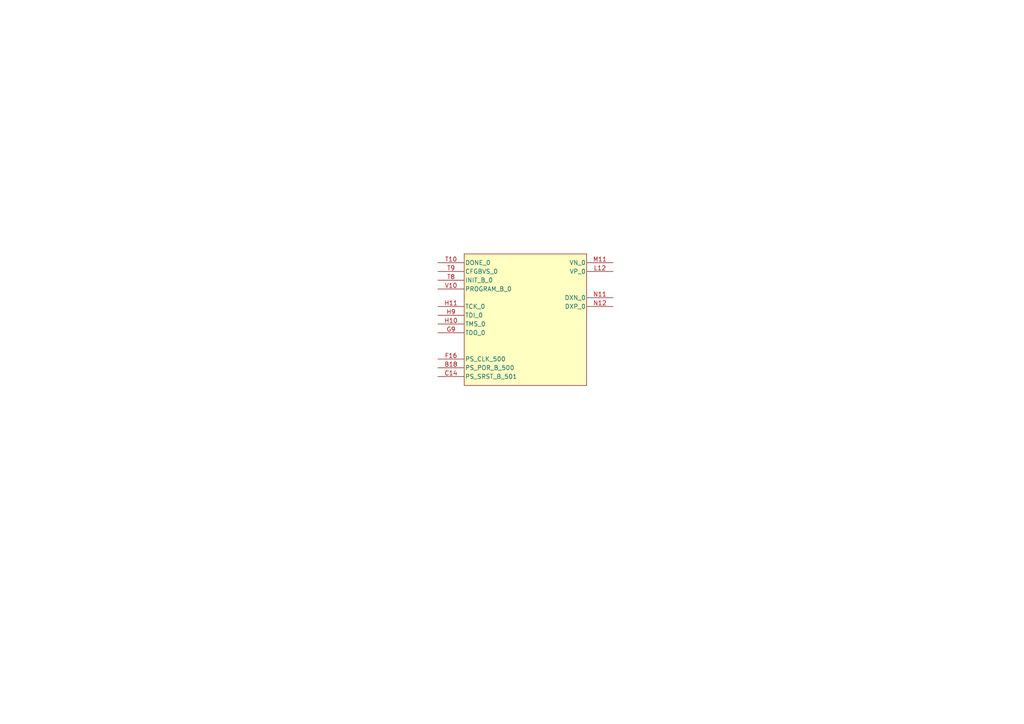
<source format=kicad_sch>
(kicad_sch (version 20250114) (generator "eeschema") (generator_version "9.0")
  (paper "A4")
  (lib_symbols
    (symbol "XC7Z015-1CLG485C:XC7Z015-1CLG485I" (pin_names (offset 0.254))
      (symbol "XC7Z015-1CLG485I_1_1"
        (rectangle (start -40.64 2.54) (end -7.62 -132.08) (fill (type background)))
        (text "BANK 34" (at -34.798 -64.77 900) (effects (font (size 3 3) (thickness 0.6) (bold yes) (italic yes))))
        (pin bidirectional line (at 0 0 180) (length 7.62) (name "IO_L1P_T0_34") (number "J8"))
        (pin bidirectional line (at 0 -2.54 180) (length 7.62) (name "IO_L1N_T0_34") (number "K8"))
        (pin bidirectional line (at 0 -5.08 180) (length 7.62) (name "IO_L2P_T0_34") (number "J7"))
        (pin bidirectional line (at 0 -7.62 180) (length 7.62) (name "IO_L2N_T0_34") (number "J6"))
        (pin bidirectional line (at 0 -10.16 180) (length 7.62) (name "IO_L3P_T0_DQS_PUDC_B_34") (number "K7"))
        (pin bidirectional line (at 0 -12.7 180) (length 7.62) (name "IO_L3N_T0_DQS_34") (number "L7"))
        (pin bidirectional line (at 0 -15.24 180) (length 7.62) (name "IO_L4P_T0_34") (number "L6"))
        (pin bidirectional line (at 0 -17.78 180) (length 7.62) (name "IO_L4N_T0_34") (number "M6"))
        (pin bidirectional line (at 0 -20.32 180) (length 7.62) (name "IO_L5P_T0_34") (number "N8"))
        (pin bidirectional line (at 0 -22.86 180) (length 7.62) (name "IO_L5N_T0_34") (number "P8"))
        (pin bidirectional line (at 0 -25.4 180) (length 7.62) (name "IO_L6P_T0_34") (number "M8"))
        (pin bidirectional line (at 0 -27.94 180) (length 7.62) (name "IO_L6N_T0_VREF_34") (number "M7"))
        (pin bidirectional line (at 0 -30.48 180) (length 7.62) (name "IO_L7P_T1_34") (number "J5"))
        (pin bidirectional line (at 0 -33.02 180) (length 7.62) (name "IO_L7N_T1_34") (number "K5"))
        (pin bidirectional line (at 0 -35.56 180) (length 7.62) (name "IO_L8P_T1_34") (number "J2"))
        (pin bidirectional line (at 0 -38.1 180) (length 7.62) (name "IO_L8N_T1_34") (number "J1"))
        (pin bidirectional line (at 0 -40.64 180) (length 7.62) (name "IO_L9P_T1_DQS_34") (number "J3"))
        (pin bidirectional line (at 0 -43.18 180) (length 7.62) (name "IO_L9N_T1_DQS_34") (number "K2"))
        (pin bidirectional line (at 0 -45.72 180) (length 7.62) (name "IO_L10P_T1_34") (number "L2"))
        (pin bidirectional line (at 0 -48.26 180) (length 7.62) (name "IO_L10N_T1_34") (number "L1"))
        (pin bidirectional line (at 0 -50.8 180) (length 7.62) (name "IO_L11P_T1_SRCC_34") (number "K4"))
        (pin bidirectional line (at 0 -53.34 180) (length 7.62) (name "IO_L11N_T1_SRCC_34") (number "K3"))
        (pin bidirectional line (at 0 -55.88 180) (length 7.62) (name "IO_L12P_T1_MRCC_34") (number "L5"))
        (pin bidirectional line (at 0 -58.42 180) (length 7.62) (name "IO_L12N_T1_MRCC_34") (number "L4"))
        (pin bidirectional line (at 0 -60.96 180) (length 7.62) (name "IO_L13P_T2_MRCC_34") (number "T2"))
        (pin bidirectional line (at 0 -63.5 180) (length 7.62) (name "IO_L13N_T2_MRCC_34") (number "T1"))
        (pin bidirectional line (at 0 -66.04 180) (length 7.62) (name "IO_L14P_T2_SRCC_34") (number "U2"))
        (pin bidirectional line (at 0 -68.58 180) (length 7.62) (name "IO_L14N_T2_SRCC_34") (number "U1"))
        (pin bidirectional line (at 0 -71.12 180) (length 7.62) (name "IO_L15P_T2_DQS_34") (number "M2"))
        (pin bidirectional line (at 0 -73.66 180) (length 7.62) (name "IO_L15N_T2_DQS_34") (number "M1"))
        (pin bidirectional line (at 0 -76.2 180) (length 7.62) (name "IO_L16P_T2_34") (number "N1"))
        (pin bidirectional line (at 0 -78.74 180) (length 7.62) (name "IO_L16N_T2_34") (number "P1"))
        (pin bidirectional line (at 0 -81.28 180) (length 7.62) (name "IO_L17P_T2_34") (number "R3"))
        (pin bidirectional line (at 0 -83.82 180) (length 7.62) (name "IO_L17N_T2_34") (number "R2"))
        (pin bidirectional line (at 0 -86.36 180) (length 7.62) (name "IO_L18P_T2_34") (number "P3"))
        (pin bidirectional line (at 0 -88.9 180) (length 7.62) (name "IO_L18N_T2_34") (number "P2"))
        (pin bidirectional line (at 0 -91.44 180) (length 7.62) (name "IO_L19P_T3_34") (number "N6"))
        (pin bidirectional line (at 0 -93.98 180) (length 7.62) (name "IO_L19N_T3_VREF_34") (number "N5"))
        (pin bidirectional line (at 0 -96.52 180) (length 7.62) (name "IO_L20P_T3_34") (number "P6"))
        (pin bidirectional line (at 0 -99.06 180) (length 7.62) (name "IO_L20N_T3_34") (number "P5"))
        (pin bidirectional line (at 0 -101.6 180) (length 7.62) (name "IO_L21P_T3_DQS_34") (number "N4"))
        (pin bidirectional line (at 0 -104.14 180) (length 7.62) (name "IO_L21N_T3_DQS_34") (number "N3"))
        (pin bidirectional line (at 0 -106.68 180) (length 7.62) (name "IO_L22P_T3_34") (number "M4"))
        (pin bidirectional line (at 0 -109.22 180) (length 7.62) (name "IO_L22N_T3_34") (number "M3"))
        (pin bidirectional line (at 0 -111.76 180) (length 7.62) (name "IO_L23N_T3_34") (number "R4"))
        (pin bidirectional line (at 0 -114.3 180) (length 7.62) (name "IO_L23P_T3_34") (number "R5"))
        (pin bidirectional line (at 0 -116.84 180) (length 7.62) (name "IO_L24P_T3_34") (number "P7"))
        (pin bidirectional line (at 0 -119.38 180) (length 7.62) (name "IO_L24N_T3_34") (number "R7"))
        (pin bidirectional line (at 0 -125.73 180) (length 7.62) (name "IO_0_34") (number "H8"))
        (pin bidirectional line (at 0 -128.27 180) (length 7.62) (name "IO_25_34") (number "R8"))
      )
      (symbol "XC7Z015-1CLG485I_2_1"
        (rectangle (start -40.64 3.81) (end -7.62 -130.81) (fill (type background)))
        (text "BANK 35" (at -36.322 -53.848 900) (effects (font (size 3 3) (thickness 0.6) (bold yes) (italic yes))))
        (pin bidirectional line (at 0 0 180) (length 7.62) (name "IO_L1P_T0_AD0P_35") (number "F7"))
        (pin bidirectional line (at 0 -2.54 180) (length 7.62) (name "IO_L1N_T0_AD0N_35") (number "E7"))
        (pin bidirectional line (at 0 -5.08 180) (length 7.62) (name "IO_L2P_T0_AD8P_35") (number "D7"))
        (pin bidirectional line (at 0 -7.62 180) (length 7.62) (name "IO_L2N_T0_AD8N_35") (number "D6"))
        (pin bidirectional line (at 0 -10.16 180) (length 7.62) (name "IO_L3P_T0_DQS_AD1P_35") (number "E8"))
        (pin bidirectional line (at 0 -12.7 180) (length 7.62) (name "IO_L3N_T0_DQS_AD1N_35") (number "D8"))
        (pin bidirectional line (at 0 -15.24 180) (length 7.62) (name "IO_L4P_T0_35") (number "G8"))
        (pin bidirectional line (at 0 -17.78 180) (length 7.62) (name "IO_L4N_T0_35") (number "G7"))
        (pin bidirectional line (at 0 -20.32 180) (length 7.62) (name "IO_L5P_T0_AD9P_35") (number "F5"))
        (pin bidirectional line (at 0 -22.86 180) (length 7.62) (name "IO_L5N_T0_AD9N_35") (number "E5"))
        (pin bidirectional line (at 0 -25.4 180) (length 7.62) (name "IO_L6P_T0_35") (number "G6"))
        (pin bidirectional line (at 0 -27.94 180) (length 7.62) (name "IO_L6N_T0_VREF_35") (number "F6"))
        (pin bidirectional line (at 0 -30.48 180) (length 7.62) (name "IO_L7P_T1_AD2P_35") (number "C8"))
        (pin bidirectional line (at 0 -33.02 180) (length 7.62) (name "IO_L7N_T1_AD2N_35") (number "B8"))
        (pin bidirectional line (at 0 -35.56 180) (length 7.62) (name "IO_L8P_T1_AD10P_35") (number "B7"))
        (pin bidirectional line (at 0 -38.1 180) (length 7.62) (name "IO_L8N_T1_AD10N_35") (number "B6"))
        (pin bidirectional line (at 0 -40.64 180) (length 7.62) (name "IO_L9P_T1_DQS_AD3P_35") (number "A7"))
        (pin bidirectional line (at 0 -43.18 180) (length 7.62) (name "IO_L9N_T1_DQS_AD3N_35") (number "A6"))
        (pin bidirectional line (at 0 -45.72 180) (length 7.62) (name "IO_L10P_T1_AD11P_35") (number "A5"))
        (pin bidirectional line (at 0 -48.26 180) (length 7.62) (name "IO_L10N_T1_AD11N_35") (number "A4"))
        (pin bidirectional line (at 0 -50.8 180) (length 7.62) (name "IO_L11P_T1_SRCC_35") (number "C6"))
        (pin bidirectional line (at 0 -53.34 180) (length 7.62) (name "IO_L11N_T1_SRCC_35") (number "C5"))
        (pin bidirectional line (at 0 -55.88 180) (length 7.62) (name "IO_L12P_T1_MRCC_35") (number "D5"))
        (pin bidirectional line (at 0 -58.42 180) (length 7.62) (name "IO_L12N_T1_MRCC_35") (number "C4"))
        (pin bidirectional line (at 0 -60.96 180) (length 7.62) (name "IO_L13P_T2_MRCC_35") (number "B4"))
        (pin bidirectional line (at 0 -63.5 180) (length 7.62) (name "IO_L13N_T2_MRCC_35") (number "B3"))
        (pin bidirectional line (at 0 -66.04 180) (length 7.62) (name "IO_L14P_T2_AD4P_SRCC_35") (number "D3"))
        (pin bidirectional line (at 0 -68.58 180) (length 7.62) (name "IO_L14N_T2_AD4N_SRCC_35") (number "C3"))
        (pin bidirectional line (at 0 -71.12 180) (length 7.62) (name "IO_L15P_T2_DQS_AD12P_35") (number "A2"))
        (pin bidirectional line (at 0 -73.66 180) (length 7.62) (name "IO_L15N_T2_DQS_AD12N_35") (number "A1"))
        (pin bidirectional line (at 0 -76.2 180) (length 7.62) (name "IO_L16P_T2_35") (number "D1"))
        (pin bidirectional line (at 0 -78.74 180) (length 7.62) (name "IO_L16N_T2_35") (number "C1"))
        (pin bidirectional line (at 0 -81.28 180) (length 7.62) (name "IO_L17P_T2_AD5P_35") (number "E2"))
        (pin bidirectional line (at 0 -83.82 180) (length 7.62) (name "IO_L17N_T2_AD5N_35") (number "D2"))
        (pin bidirectional line (at 0 -86.36 180) (length 7.62) (name "IO_L18P_T2_AD13P_35") (number "B2"))
        (pin bidirectional line (at 0 -88.9 180) (length 7.62) (name "IO_L18N_T2_AD13N_35") (number "B1"))
        (pin bidirectional line (at 0 -91.44 180) (length 7.62) (name "IO_L19P_T3_35") (number "H4"))
        (pin bidirectional line (at 0 -93.98 180) (length 7.62) (name "IO_L19N_T3_VREF_35") (number "H3"))
        (pin bidirectional line (at 0 -96.52 180) (length 7.62) (name "IO_L20P_T3_AD6P_35") (number "G4"))
        (pin bidirectional line (at 0 -99.06 180) (length 7.62) (name "IO_L20N_T3_AD6N_35") (number "F4"))
        (pin bidirectional line (at 0 -101.6 180) (length 7.62) (name "IO_L21P_T3_DQS_AD14P_35") (number "E4"))
        (pin bidirectional line (at 0 -104.14 180) (length 7.62) (name "IO_L21N_T3_DQS_AD14N_35") (number "E3"))
        (pin bidirectional line (at 0 -106.68 180) (length 7.62) (name "IO_L22P_T3_AD7P_35") (number "G3"))
        (pin bidirectional line (at 0 -109.22 180) (length 7.62) (name "IO_L22N_T3_AD7N_35") (number "G2"))
        (pin bidirectional line (at 0 -111.76 180) (length 7.62) (name "IO_L23P_T3_35") (number "F2"))
        (pin bidirectional line (at 0 -114.3 180) (length 7.62) (name "IO_L23N_T3_35") (number "F1"))
        (pin bidirectional line (at 0 -116.84 180) (length 7.62) (name "IO_L24P_T3_AD15P_35") (number "H1"))
        (pin bidirectional line (at 0 -119.38 180) (length 7.62) (name "IO_L24N_T3_AD15N_35") (number "G1"))
        (pin bidirectional line (at 0 -124.46 180) (length 7.62) (name "IO_0_35") (number "H6"))
        (pin bidirectional line (at 0 -127 180) (length 7.62) (name "IO_25_35") (number "H5"))
      )
      (symbol "XC7Z015-1CLG485I_3_1"
        (polyline (pts (xy 7.62 5.08) (xy 7.62 -104.14)) (stroke (width 0.127)))
        (polyline (pts (xy 7.62 -104.14) (xy 88.9 -104.14)) (stroke (width 0.127)) (fill (type background)))
        (polyline (pts (xy 88.9 5.08) (xy 7.62 5.08)) (stroke (width 0.127)))
        (polyline (pts (xy 88.9 -104.14) (xy 88.9 5.08)) (stroke (width 0.127)))
        (pin output line (at 0 0 0) (length 7.62) (name "PS_DDR_A0_502") (number "M19"))
        (pin output line (at 0 -2.54 0) (length 7.62) (name "PS_DDR_A1_502") (number "M18"))
        (pin output line (at 0 -5.08 0) (length 7.62) (name "PS_DDR_A2_502") (number "K19"))
        (pin output line (at 0 -7.62 0) (length 7.62) (name "PS_DDR_A3_502") (number "L19"))
        (pin output line (at 0 -10.16 0) (length 7.62) (name "PS_DDR_A4_502") (number "K17"))
        (pin output line (at 0 -12.7 0) (length 7.62) (name "PS_DDR_A5_502") (number "K18"))
        (pin output line (at 0 -15.24 0) (length 7.62) (name "PS_DDR_A6_502") (number "J16"))
        (pin output line (at 0 -17.78 0) (length 7.62) (name "PS_DDR_A7_502") (number "J17"))
        (pin output line (at 0 -20.32 0) (length 7.62) (name "PS_DDR_A8_502") (number "J18"))
        (pin output line (at 0 -22.86 0) (length 7.62) (name "PS_DDR_A9_502") (number "H18"))
        (pin output line (at 0 -25.4 0) (length 7.62) (name "PS_DDR_A10_502") (number "J20"))
        (pin output line (at 0 -27.94 0) (length 7.62) (name "PS_DDR_A11_502") (number "G18"))
        (pin output line (at 0 -30.48 0) (length 7.62) (name "PS_DDR_A12_502") (number "H19"))
        (pin output line (at 0 -33.02 0) (length 7.62) (name "PS_DDR_A13_502") (number "F19"))
        (pin output line (at 0 -35.56 0) (length 7.62) (name "PS_DDR_A14_502") (number "G19"))
        (pin output line (at 0 -38.1 0) (length 7.62) (name "PS_DDR_BA0_502") (number "L16"))
        (pin output line (at 0 -40.64 0) (length 7.62) (name "PS_DDR_BA1_502") (number "L17"))
        (pin output line (at 0 -43.18 0) (length 7.62) (name "PS_DDR_BA2_502") (number "M17"))
        (pin output line (at 0 -45.72 0) (length 7.62) (name "PS_DDR_CAS_B_502") (number "P20"))
        (pin output line (at 0 -48.26 0) (length 7.62) (name "PS_DDR_CKE_502") (number "T19"))
        (pin output line (at 0 -50.8 0) (length 7.62) (name "PS_DDR_CKN_502") (number "N18"))
        (pin output line (at 0 -53.34 0) (length 7.62) (name "PS_DDR_CKP_502") (number "N19"))
        (pin output line (at 0 -55.88 0) (length 7.62) (name "PS_DDR_CS_B_502") (number "P17"))
        (pin output line (at 0 -58.42 0) (length 7.62) (name "PS_DDR_DM0_502") (number "B22"))
        (pin output line (at 0 -60.96 0) (length 7.62) (name "PS_DDR_DM1_502") (number "H20"))
        (pin output line (at 0 -63.5 0) (length 7.62) (name "PS_DDR_DM2_502") (number "P22"))
        (pin output line (at 0 -66.04 0) (length 7.62) (name "PS_DDR_DM3_502") (number "AA21"))
        (pin output line (at 0 -68.58 0) (length 7.62) (name "PS_DDR_DRST_B_502") (number "F20"))
        (pin output line (at 0 -71.12 0) (length 7.62) (name "PS_DDR_ODT_502") (number "P18"))
        (pin output line (at 0 -73.66 0) (length 7.62) (name "PS_DDR_RAS_B_502") (number "R18"))
        (pin output line (at 0 -76.2 0) (length 7.62) (name "PS_DDR_VRN_502") (number "M16"))
        (pin output line (at 0 -78.74 0) (length 7.62) (name "PS_DDR_VRP_502") (number "N16"))
        (pin output line (at 0 -81.28 0) (length 7.62) (name "PS_DDR_WE_B_502") (number "R19"))
        (pin bidirectional line (at 96.52 0 180) (length 7.62) (name "PS_DDR_DQ0_502") (number "D22"))
        (pin bidirectional line (at 96.52 -2.54 180) (length 7.62) (name "PS_DDR_DQ1_502") (number "C20"))
        (pin bidirectional line (at 96.52 -5.08 180) (length 7.62) (name "PS_DDR_DQ2_502") (number "B21"))
        (pin bidirectional line (at 96.52 -7.62 180) (length 7.62) (name "PS_DDR_DQ3_502") (number "D20"))
        (pin bidirectional line (at 96.52 -10.16 180) (length 7.62) (name "PS_DDR_DQ4_502") (number "E20"))
        (pin bidirectional line (at 96.52 -12.7 180) (length 7.62) (name "PS_DDR_DQ5_502") (number "E22"))
        (pin bidirectional line (at 96.52 -15.24 180) (length 7.62) (name "PS_DDR_DQ6_502") (number "F21"))
        (pin bidirectional line (at 96.52 -17.78 180) (length 7.62) (name "PS_DDR_DQ7_502") (number "F22"))
        (pin bidirectional line (at 96.52 -20.32 180) (length 7.62) (name "PS_DDR_DQ8_502") (number "G21"))
        (pin bidirectional line (at 96.52 -22.86 180) (length 7.62) (name "PS_DDR_DQ9_502") (number "G22"))
        (pin bidirectional line (at 96.52 -25.4 180) (length 7.62) (name "PS_DDR_DQ10_502") (number "L22"))
        (pin bidirectional line (at 96.52 -27.94 180) (length 7.62) (name "PS_DDR_DQ11_502") (number "L21"))
        (pin bidirectional line (at 96.52 -30.48 180) (length 7.62) (name "PS_DDR_DQ12_502") (number "L20"))
        (pin bidirectional line (at 96.52 -33.02 180) (length 7.62) (name "PS_DDR_DQ13_502") (number "K22"))
        (pin bidirectional line (at 96.52 -35.56 180) (length 7.62) (name "PS_DDR_DQ14_502") (number "J22"))
        (pin bidirectional line (at 96.52 -38.1 180) (length 7.62) (name "PS_DDR_DQ15_502") (number "K20"))
        (pin bidirectional line (at 96.52 -40.64 180) (length 7.62) (name "PS_DDR_DQ16_502") (number "M22"))
        (pin bidirectional line (at 96.52 -43.18 180) (length 7.62) (name "PS_DDR_DQ17_502") (number "T20"))
        (pin bidirectional line (at 96.52 -45.72 180) (length 7.62) (name "PS_DDR_DQ18_502") (number "N20"))
        (pin bidirectional line (at 96.52 -48.26 180) (length 7.62) (name "PS_DDR_DQ19_502") (number "T22"))
        (pin bidirectional line (at 96.52 -50.8 180) (length 7.62) (name "PS_DDR_DQ20_502") (number "R20"))
        (pin bidirectional line (at 96.52 -53.34 180) (length 7.62) (name "PS_DDR_DQ21_502") (number "T21"))
        (pin bidirectional line (at 96.52 -55.88 180) (length 7.62) (name "PS_DDR_DQ22_502") (number "M21"))
        (pin bidirectional line (at 96.52 -58.42 180) (length 7.62) (name "PS_DDR_DQ23_502") (number "R22"))
        (pin bidirectional line (at 96.52 -60.96 180) (length 7.62) (name "PS_DDR_DQ24_502") (number "Y20"))
        (pin bidirectional line (at 96.52 -63.5 180) (length 7.62) (name "PS_DDR_DQ25_502") (number "U22"))
        (pin bidirectional line (at 96.52 -66.04 180) (length 7.62) (name "PS_DDR_DQ26_502") (number "AA22"))
        (pin bidirectional line (at 96.52 -68.58 180) (length 7.62) (name "PS_DDR_DQ27_502") (number "U21"))
        (pin bidirectional line (at 96.52 -71.12 180) (length 7.62) (name "PS_DDR_DQ28_502") (number "W22"))
        (pin bidirectional line (at 96.52 -73.66 180) (length 7.62) (name "PS_DDR_DQ29_502") (number "W20"))
        (pin bidirectional line (at 96.52 -76.2 180) (length 7.62) (name "PS_DDR_DQ30_502") (number "V20"))
        (pin bidirectional line (at 96.52 -78.74 180) (length 7.62) (name "PS_DDR_DQ31_502") (number "Y22"))
        (pin bidirectional line (at 96.52 -81.28 180) (length 7.62) (name "PS_DDR_DQS_N0_502") (number "D21"))
        (pin bidirectional line (at 96.52 -83.82 180) (length 7.62) (name "PS_DDR_DQS_N1_502") (number "J21"))
        (pin bidirectional line (at 96.52 -86.36 180) (length 7.62) (name "PS_DDR_DQS_N2_502") (number "P21"))
        (pin bidirectional line (at 96.52 -88.9 180) (length 7.62) (name "PS_DDR_DQS_N3_502") (number "W21"))
        (pin bidirectional line (at 96.52 -91.44 180) (length 7.62) (name "PS_DDR_DQS_P0_502") (number "C21"))
        (pin bidirectional line (at 96.52 -93.98 180) (length 7.62) (name "PS_DDR_DQS_P1_502") (number "H21"))
        (pin bidirectional line (at 96.52 -96.52 180) (length 7.62) (name "PS_DDR_DQS_P2_502") (number "N21"))
        (pin bidirectional line (at 96.52 -99.06 180) (length 7.62) (name "PS_DDR_DQS_P3_502") (number "V21"))
      )
      (symbol "XC7Z015-1CLG485I_4_1"
        (polyline (pts (xy 7.62 5.08) (xy 7.62 -129.54)) (stroke (width 0.127)))
        (polyline (pts (xy 7.62 -129.54) (xy 68.58 -129.54)) (stroke (width 0.127)))
        (polyline (pts (xy 68.58 5.08) (xy 7.62 5.08)) (stroke (width 0.127)))
        (polyline (pts (xy 68.58 -129.54) (xy 68.58 5.08)) (stroke (width 0.127)))
        (pin bidirectional line (at 0 0 0) (length 7.62) (name "PS_MIO0_500") (number "G17"))
        (pin bidirectional line (at 0 -2.54 0) (length 7.62) (name "PS_MIO1_500") (number "A22"))
        (pin bidirectional line (at 0 -5.08 0) (length 7.62) (name "PS_MIO2_500") (number "A21"))
        (pin bidirectional line (at 0 -7.62 0) (length 7.62) (name "PS_MIO3_500") (number "F17"))
        (pin bidirectional line (at 0 -10.16 0) (length 7.62) (name "PS_MIO4_500") (number "E19"))
        (pin bidirectional line (at 0 -12.7 0) (length 7.62) (name "PS_MIO5_500") (number "A20"))
        (pin bidirectional line (at 0 -15.24 0) (length 7.62) (name "PS_MIO6_500") (number "A19"))
        (pin bidirectional line (at 0 -17.78 0) (length 7.62) (name "PS_MIO7_500") (number "D18"))
        (pin bidirectional line (at 0 -20.32 0) (length 7.62) (name "PS_MIO8_500") (number "E18"))
        (pin bidirectional line (at 0 -22.86 0) (length 7.62) (name "PS_MIO9_500") (number "C19"))
        (pin bidirectional line (at 0 -25.4 0) (length 7.62) (name "PS_MIO10_500") (number "G16"))
        (pin bidirectional line (at 0 -27.94 0) (length 7.62) (name "PS_MIO11_500") (number "B19"))
        (pin bidirectional line (at 0 -30.48 0) (length 7.62) (name "PS_MIO12_500") (number "C18"))
        (pin bidirectional line (at 0 -33.02 0) (length 7.62) (name "PS_MIO13_500") (number "A17"))
        (pin bidirectional line (at 0 -35.56 0) (length 7.62) (name "PS_MIO14_500") (number "B17"))
        (pin bidirectional line (at 0 -38.1 0) (length 7.62) (name "PS_MIO15_500") (number "E17"))
        (pin bidirectional line (at 0 -40.64 0) (length 7.62) (name "PS_MIO16_501") (number "D17"))
        (pin bidirectional line (at 0 -43.18 0) (length 7.62) (name "PS_MIO17_501") (number "E14"))
        (pin bidirectional line (at 0 -45.72 0) (length 7.62) (name "PS_MIO18_501") (number "A16"))
        (pin bidirectional line (at 0 -48.26 0) (length 7.62) (name "PS_MIO19_501") (number "E13"))
        (pin bidirectional line (at 0 -50.8 0) (length 7.62) (name "PS_MIO20_501") (number "A15"))
        (pin bidirectional line (at 0 -53.34 0) (length 7.62) (name "PS_MIO21_501") (number "F12"))
        (pin bidirectional line (at 0 -55.88 0) (length 7.62) (name "PS_MIO22_501") (number "A9"))
        (pin bidirectional line (at 0 -58.42 0) (length 7.62) (name "PS_MIO23_501") (number "E12"))
        (pin bidirectional line (at 0 -60.96 0) (length 7.62) (name "PS_MIO24_501") (number "B16"))
        (pin bidirectional line (at 0 -63.5 0) (length 7.62) (name "PS_MIO25_501") (number "F11"))
        (pin bidirectional line (at 0 -66.04 0) (length 7.62) (name "PS_MIO26_501") (number "A10"))
        (pin bidirectional line (at 0 -68.58 0) (length 7.62) (name "PS_MIO27_501") (number "D16"))
        (pin bidirectional line (at 0 -71.12 0) (length 7.62) (name "PS_MIO28_501") (number "A11"))
        (pin bidirectional line (at 0 -73.66 0) (length 7.62) (name "PS_MIO29_501") (number "E15"))
        (pin bidirectional line (at 0 -76.2 0) (length 7.62) (name "PS_MIO30_501") (number "A12"))
        (pin bidirectional line (at 0 -78.74 0) (length 7.62) (name "PS_MIO31_501") (number "F14"))
        (pin bidirectional line (at 0 -81.28 0) (length 7.62) (name "PS_MIO32_501") (number "C16"))
        (pin bidirectional line (at 0 -83.82 0) (length 7.62) (name "PS_MIO33_501") (number "G11"))
        (pin bidirectional line (at 0 -86.36 0) (length 7.62) (name "PS_MIO34_501") (number "B11"))
        (pin bidirectional line (at 0 -88.9 0) (length 7.62) (name "PS_MIO35_501") (number "F9"))
        (pin bidirectional line (at 0 -91.44 0) (length 7.62) (name "PS_MIO36_501") (number "A14"))
        (pin bidirectional line (at 0 -93.98 0) (length 7.62) (name "PS_MIO37_501") (number "B9"))
        (pin bidirectional line (at 0 -96.52 0) (length 7.62) (name "PS_MIO38_501") (number "F10"))
        (pin bidirectional line (at 0 -99.06 0) (length 7.62) (name "PS_MIO39_501") (number "C10"))
        (pin bidirectional line (at 0 -101.6 0) (length 7.62) (name "PS_MIO40_501") (number "E9"))
        (pin bidirectional line (at 0 -104.14 0) (length 7.62) (name "PS_MIO41_501") (number "C15"))
        (pin bidirectional line (at 0 -106.68 0) (length 7.62) (name "PS_MIO42_501") (number "D15"))
        (pin bidirectional line (at 0 -109.22 0) (length 7.62) (name "PS_MIO43_501") (number "B12"))
        (pin bidirectional line (at 0 -111.76 0) (length 7.62) (name "PS_MIO44_501") (number "E10"))
        (pin bidirectional line (at 0 -114.3 0) (length 7.62) (name "PS_MIO45_501") (number "B14"))
        (pin bidirectional line (at 0 -116.84 0) (length 7.62) (name "PS_MIO46_501") (number "D11"))
        (pin bidirectional line (at 0 -119.38 0) (length 7.62) (name "PS_MIO47_501") (number "B13"))
        (pin bidirectional line (at 0 -121.92 0) (length 7.62) (name "PS_MIO48_501") (number "D12"))
        (pin bidirectional line (at 0 -124.46 0) (length 7.62) (name "PS_MIO49_501") (number "C9"))
        (pin bidirectional line (at 76.2 0 180) (length 7.62) (name "PS_MIO50_501") (number "D10"))
        (pin bidirectional line (at 76.2 -2.54 180) (length 7.62) (name "PS_MIO51_501") (number "C13"))
        (pin bidirectional line (at 76.2 -5.08 180) (length 7.62) (name "PS_MIO52_501") (number "D13"))
        (pin bidirectional line (at 76.2 -7.62 180) (length 7.62) (name "PS_MIO53_501") (number "C11"))
        (pin bidirectional line (at 76.2 -12.7 180) (length 7.62) (name "RSVDVCC1") (number "T15"))
        (pin bidirectional line (at 76.2 -15.24 180) (length 7.62) (name "RSVDVCC2") (number "T14"))
        (pin bidirectional line (at 76.2 -17.78 180) (length 7.62) (name "RSVDVCC3") (number "T11"))
      )
      (symbol "XC7Z015-1CLG485I_5_1"
        (polyline (pts (xy 7.62 5.08) (xy 7.62 -121.92)) (stroke (width 0.127)))
        (polyline (pts (xy 7.62 -121.92) (xy 53.34 -121.92)) (stroke (width 0.127)))
        (polyline (pts (xy 53.34 5.08) (xy 7.62 5.08)) (stroke (width 0.127)))
        (polyline (pts (xy 53.34 -121.92) (xy 53.34 5.08)) (stroke (width 0.127)))
        (pin no_connect line (at 0 0 0) (length 7.62) (name "NC") (number "V7"))
        (pin no_connect line (at 0 -2.54 0) (length 7.62) (name "NC") (number "W3"))
        (pin power_in line (at 0 -25.4 0) (length 7.62) (name "MGTAVCC") (number "U4"))
        (pin power_in line (at 0 -27.94 0) (length 7.62) (name "MGTAVCC") (number "U6"))
        (pin power_in line (at 0 -30.48 0) (length 7.62) (name "MGTAVCC") (number "U8"))
        (pin power_in line (at 0 -33.02 0) (length 7.62) (name "MGTAVCC") (number "W5"))
        (pin power_in line (at 0 -35.56 0) (length 7.62) (name "MGTAVCC") (number "W9"))
        (pin power_in line (at 0 -38.1 0) (length 7.62) (name "MGTAVTT") (number "Y7"))
        (pin power_in line (at 0 -40.64 0) (length 7.62) (name "MGTAVTT") (number "AA2"))
        (pin power_in line (at 0 -43.18 0) (length 7.62) (name "MGTAVTT") (number "AA4"))
        (pin power_in line (at 0 -45.72 0) (length 7.62) (name "MGTAVTT") (number "AA8"))
        (pin power_in line (at 0 -48.26 0) (length 7.62) (name "MGTAVTT") (number "AB1"))
        (pin power_in line (at 0 -50.8 0) (length 7.62) (name "MGTAVTT") (number "AB6"))
        (pin power_in line (at 0 -55.88 0) (length 7.62) (name "PS_DDR_VREF0_502") (number "H16"))
        (pin power_in line (at 0 -58.42 0) (length 7.62) (name "PS_DDR_VREF1_502") (number "P16"))
        (pin power_in line (at 0 -63.5 0) (length 7.62) (name "PS_MIO_VREF_501") (number "F15"))
        (pin power_in line (at 0 -68.58 0) (length 7.62) (name "VCCADC_0") (number "K12"))
        (pin power_in line (at 0 -71.12 0) (length 7.62) (name "VCCAUX") (number "N13"))
        (pin power_in line (at 0 -73.66 0) (length 7.62) (name "VCCAUX") (number "P12"))
        (pin power_in line (at 0 -76.2 0) (length 7.62) (name "VCCAUX") (number "R13"))
        (pin power_in line (at 0 -78.74 0) (length 7.62) (name "VCCAUX") (number "T12"))
        (pin power_in line (at 0 -83.82 0) (length 7.62) (name "VCCBATT_0") (number "G14"))
        (pin power_in line (at 0 -86.36 0) (length 7.62) (name "VCCBRAM") (number "H12"))
        (pin power_in line (at 0 -88.9 0) (length 7.62) (name "VCCBRAM") (number "J13"))
        (pin power_in line (at 0 -93.98 0) (length 7.62) (name "VCCINT") (number "J9"))
        (pin power_in line (at 0 -96.52 0) (length 7.62) (name "VCCINT") (number "L9"))
        (pin power_in line (at 0 -99.06 0) (length 7.62) (name "VCCINT") (number "N9"))
        (pin power_in line (at 0 -101.6 0) (length 7.62) (name "VCCINT") (number "R9"))
        (pin power_in line (at 0 -104.14 0) (length 7.62) (name "VCCINT") (number "J11"))
        (pin power_in line (at 0 -106.68 0) (length 7.62) (name "VCCINT") (number "K10"))
        (pin power_in line (at 0 -109.22 0) (length 7.62) (name "VCCINT") (number "M10"))
        (pin power_in line (at 0 -111.76 0) (length 7.62) (name "VCCINT") (number "P10"))
        (pin power_in line (at 0 -116.84 0) (length 7.62) (name "VCCO_0") (number "R11"))
      )
      (symbol "XC7Z015-1CLG485I_6_1"
        (polyline (pts (xy 7.62 5.08) (xy 7.62 -132.08)) (stroke (width 0.127)))
        (polyline (pts (xy 7.62 -132.08) (xy 43.18 -132.08)) (stroke (width 0.127)))
        (polyline (pts (xy 43.18 5.08) (xy 7.62 5.08)) (stroke (width 0.127)))
        (polyline (pts (xy 43.18 -132.08) (xy 43.18 5.08)) (stroke (width 0.127)))
        (pin power_in line (at 0 0 0) (length 7.62) (name "VCCO_13") (number "T18"))
        (pin power_in line (at 0 -2.54 0) (length 7.62) (name "VCCO_13") (number "U15"))
        (pin power_in line (at 0 -5.08 0) (length 7.62) (name "VCCO_13") (number "V12"))
        (pin power_in line (at 0 -7.62 0) (length 7.62) (name "VCCO_13") (number "W19"))
        (pin power_in line (at 0 -10.16 0) (length 7.62) (name "VCCO_13") (number "Y16"))
        (pin power_in line (at 0 -12.7 0) (length 7.62) (name "VCCO_13") (number "AA13"))
        (pin power_in line (at 0 -15.24 0) (length 7.62) (name "VCCO_13") (number "AB20"))
        (pin power_in line (at 0 -17.78 0) (length 7.62) (name "VCCO_34") (number "H2"))
        (pin power_in line (at 0 -20.32 0) (length 7.62) (name "VCCO_34") (number "K6"))
        (pin power_in line (at 0 -22.86 0) (length 7.62) (name "VCCO_34") (number "L3"))
        (pin power_in line (at 0 -25.4 0) (length 7.62) (name "VCCO_34") (number "N7"))
        (pin power_in line (at 0 -27.94 0) (length 7.62) (name "VCCO_34") (number "P4"))
        (pin power_in line (at 0 -30.48 0) (length 7.62) (name "VCCO_34") (number "R1"))
        (pin power_in line (at 0 -33.02 0) (length 7.62) (name "VCCO_35") (number "A3"))
        (pin power_in line (at 0 -35.56 0) (length 7.62) (name "VCCO_35") (number "C7"))
        (pin power_in line (at 0 -38.1 0) (length 7.62) (name "VCCO_35") (number "D4"))
        (pin power_in line (at 0 -40.64 0) (length 7.62) (name "VCCO_35") (number "E1"))
        (pin power_in line (at 0 -43.18 0) (length 7.62) (name "VCCO_35") (number "F8"))
        (pin power_in line (at 0 -45.72 0) (length 7.62) (name "VCCO_35") (number "G5"))
        (pin power_in line (at 0 -48.26 0) (length 7.62) (name "VCCO_DDR_502") (number "E21"))
        (pin power_in line (at 0 -50.8 0) (length 7.62) (name "VCCO_DDR_502") (number "F18"))
        (pin power_in line (at 0 -53.34 0) (length 7.62) (name "VCCO_DDR_502") (number "H22"))
        (pin power_in line (at 0 -55.88 0) (length 7.62) (name "VCCO_DDR_502") (number "J19"))
        (pin power_in line (at 0 -58.42 0) (length 7.62) (name "VCCO_DDR_502") (number "K16"))
        (pin power_in line (at 0 -60.96 0) (length 7.62) (name "VCCO_DDR_502") (number "M20"))
        (pin power_in line (at 0 -63.5 0) (length 7.62) (name "VCCO_DDR_502") (number "N17"))
        (pin power_in line (at 0 -66.04 0) (length 7.62) (name "VCCO_DDR_502") (number "R21"))
        (pin power_in line (at 0 -68.58 0) (length 7.62) (name "VCCO_DDR_502") (number "V22"))
        (pin power_in line (at 0 -71.12 0) (length 7.62) (name "VCCO_MIO0_500") (number "B20"))
        (pin power_in line (at 0 -73.66 0) (length 7.62) (name "VCCO_MIO0_500") (number "C17"))
        (pin power_in line (at 0 -76.2 0) (length 7.62) (name "VCCO_MIO1_501") (number "A13"))
        (pin power_in line (at 0 -78.74 0) (length 7.62) (name "VCCO_MIO1_501") (number "B10"))
        (pin power_in line (at 0 -81.28 0) (length 7.62) (name "VCCO_MIO1_501") (number "D14"))
        (pin power_in line (at 0 -83.82 0) (length 7.62) (name "VCCO_MIO1_501") (number "E11"))
        (pin power_in line (at 0 -88.9 0) (length 7.62) (name "VCCPAUX") (number "K14"))
        (pin power_in line (at 0 -91.44 0) (length 7.62) (name "VCCPAUX") (number "L13"))
        (pin power_in line (at 0 -93.98 0) (length 7.62) (name "VCCPAUX") (number "M14"))
        (pin power_in line (at 0 -96.52 0) (length 7.62) (name "VCCPAUX") (number "P14"))
        (pin power_in line (at 0 -99.06 0) (length 7.62) (name "VCCPINT") (number "G15"))
        (pin power_in line (at 0 -101.6 0) (length 7.62) (name "VCCPINT") (number "H14"))
        (pin power_in line (at 0 -104.14 0) (length 7.62) (name "VCCPINT") (number "J15"))
        (pin power_in line (at 0 -106.68 0) (length 7.62) (name "VCCPINT") (number "L15"))
        (pin power_in line (at 0 -109.22 0) (length 7.62) (name "VCCPINT") (number "N15"))
        (pin power_in line (at 0 -111.76 0) (length 7.62) (name "VCCPINT") (number "R15"))
        (pin power_in line (at 0 -114.3 0) (length 7.62) (name "VCCPLL") (number "G13"))
        (pin power_in line (at 0 -119.38 0) (length 7.62) (name "VREFN_0") (number "L11"))
        (pin power_in line (at 0 -121.92 0) (length 7.62) (name "VREFP_0") (number "M12"))
        (pin power_out line (at 0 -127 0) (length 7.62) (name "GND") (number "A8"))
      )
      (symbol "XC7Z015-1CLG485I_7_1"
        (polyline (pts (xy 7.62 5.08) (xy 7.62 -132.08)) (stroke (width 0.127)))
        (polyline (pts (xy 7.62 -132.08) (xy 33.02 -132.08)) (stroke (width 0.127)))
        (polyline (pts (xy 33.02 5.08) (xy 7.62 5.08)) (stroke (width 0.127)))
        (polyline (pts (xy 33.02 -132.08) (xy 33.02 5.08)) (stroke (width 0.127)))
        (pin power_out line (at 0 0 0) (length 7.62) (name "GND") (number "B5"))
        (pin power_out line (at 0 -2.54 0) (length 7.62) (name "GND") (number "C2"))
        (pin power_out line (at 0 -5.08 0) (length 7.62) (name "GND") (number "D9"))
        (pin power_out line (at 0 -7.62 0) (length 7.62) (name "GND") (number "E6"))
        (pin power_out line (at 0 -10.16 0) (length 7.62) (name "GND") (number "F3"))
        (pin power_out line (at 0 -12.7 0) (length 7.62) (name "GND") (number "H7"))
        (pin power_out line (at 0 -15.24 0) (length 7.62) (name "GND") (number "J4"))
        (pin power_out line (at 0 -17.78 0) (length 7.62) (name "GND") (number "K1"))
        (pin power_out line (at 0 -20.32 0) (length 7.62) (name "GND") (number "K9"))
        (pin power_out line (at 0 -22.86 0) (length 7.62) (name "GND") (number "L8"))
        (pin power_out line (at 0 -25.4 0) (length 7.62) (name "GND") (number "M5"))
        (pin power_out line (at 0 -27.94 0) (length 7.62) (name "GND") (number "M9"))
        (pin power_out line (at 0 -30.48 0) (length 7.62) (name "GND") (number "N2"))
        (pin power_out line (at 0 -33.02 0) (length 7.62) (name "GND") (number "P9"))
        (pin power_out line (at 0 -35.56 0) (length 7.62) (name "GND") (number "R6"))
        (pin power_out line (at 0 -38.1 0) (length 7.62) (name "GND") (number "T3"))
        (pin power_out line (at 0 -40.64 0) (length 7.62) (name "GND") (number "T4"))
        (pin power_out line (at 0 -43.18 0) (length 7.62) (name "GND") (number "T5"))
        (pin power_out line (at 0 -45.72 0) (length 7.62) (name "GND") (number "T6"))
        (pin power_out line (at 0 -48.26 0) (length 7.62) (name "GND") (number "T7"))
        (pin power_out line (at 0 -50.8 0) (length 7.62) (name "GND") (number "U3"))
        (pin power_out line (at 0 -53.34 0) (length 7.62) (name "GND") (number "V1"))
        (pin power_out line (at 0 -55.88 0) (length 7.62) (name "GND") (number "V2"))
        (pin power_out line (at 0 -58.42 0) (length 7.62) (name "GND") (number "V3"))
        (pin power_out line (at 0 -60.96 0) (length 7.62) (name "GND") (number "V4"))
        (pin power_out line (at 0 -63.5 0) (length 7.62) (name "GND") (number "V6"))
        (pin power_out line (at 0 -66.04 0) (length 7.62) (name "GND") (number "V8"))
        (pin power_out line (at 0 -68.58 0) (length 7.62) (name "GND") (number "W1"))
        (pin power_out line (at 0 -71.12 0) (length 7.62) (name "GND") (number "W7"))
        (pin power_out line (at 0 -73.66 0) (length 7.62) (name "GND") (number "Y1"))
        (pin power_out line (at 0 -76.2 0) (length 7.62) (name "GND") (number "Y3"))
        (pin power_out line (at 0 -78.74 0) (length 7.62) (name "GND") (number "Y5"))
        (pin power_out line (at 0 -81.28 0) (length 7.62) (name "GND") (number "Y9"))
        (pin power_out line (at 0 -83.82 0) (length 7.62) (name "GND") (number "A18"))
        (pin power_out line (at 0 -86.36 0) (length 7.62) (name "GND") (number "AA1"))
        (pin power_out line (at 0 -88.9 0) (length 7.62) (name "GND") (number "AA6"))
        (pin power_out line (at 0 -91.44 0) (length 7.62) (name "GND") (number "AB2"))
        (pin power_out line (at 0 -93.98 0) (length 7.62) (name "GND") (number "AB4"))
        (pin power_out line (at 0 -96.52 0) (length 7.62) (name "GND") (number "AB8"))
        (pin power_out line (at 0 -99.06 0) (length 7.62) (name "GND") (number "B15"))
        (pin power_out line (at 0 -101.6 0) (length 7.62) (name "GND") (number "C12"))
        (pin power_out line (at 0 -104.14 0) (length 7.62) (name "GND") (number "C22"))
        (pin power_out line (at 0 -106.68 0) (length 7.62) (name "GND") (number "D19"))
        (pin power_out line (at 0 -109.22 0) (length 7.62) (name "GND") (number "E16"))
        (pin power_out line (at 0 -111.76 0) (length 7.62) (name "GND") (number "F13"))
        (pin power_out line (at 0 -114.3 0) (length 7.62) (name "GND") (number "G10"))
        (pin power_out line (at 0 -116.84 0) (length 7.62) (name "GND") (number "G20"))
        (pin power_out line (at 0 -119.38 0) (length 7.62) (name "GND") (number "H13"))
        (pin power_out line (at 0 -121.92 0) (length 7.62) (name "GND") (number "H15"))
        (pin power_out line (at 0 -124.46 0) (length 7.62) (name "GND") (number "H17"))
        (pin power_out line (at 0 -127 0) (length 7.62) (name "GND") (number "J10"))
      )
      (symbol "XC7Z015-1CLG485I_8_1"
        (polyline (pts (xy 7.62 5.08) (xy 7.62 -96.52)) (stroke (width 0.127)))
        (polyline (pts (xy 7.62 -96.52) (xy 33.02 -96.52)) (stroke (width 0.127)))
        (polyline (pts (xy 33.02 5.08) (xy 7.62 5.08)) (stroke (width 0.127)))
        (polyline (pts (xy 33.02 -96.52) (xy 33.02 5.08)) (stroke (width 0.127)))
        (pin power_out line (at 0 0 0) (length 7.62) (name "GND") (number "J12"))
        (pin power_out line (at 0 -2.54 0) (length 7.62) (name "GND") (number "J14"))
        (pin power_out line (at 0 -5.08 0) (length 7.62) (name "GND") (number "K13"))
        (pin power_out line (at 0 -7.62 0) (length 7.62) (name "GND") (number "K15"))
        (pin power_out line (at 0 -10.16 0) (length 7.62) (name "GND") (number "K21"))
        (pin power_out line (at 0 -12.7 0) (length 7.62) (name "GND") (number "L10"))
        (pin power_out line (at 0 -15.24 0) (length 7.62) (name "GND") (number "L14"))
        (pin power_out line (at 0 -17.78 0) (length 7.62) (name "GND") (number "L18"))
        (pin power_out line (at 0 -20.32 0) (length 7.62) (name "GND") (number "M13"))
        (pin power_out line (at 0 -22.86 0) (length 7.62) (name "GND") (number "M15"))
        (pin power_out line (at 0 -25.4 0) (length 7.62) (name "GND") (number "N10"))
        (pin power_out line (at 0 -27.94 0) (length 7.62) (name "GND") (number "N14"))
        (pin power_out line (at 0 -30.48 0) (length 7.62) (name "GND") (number "N22"))
        (pin power_out line (at 0 -33.02 0) (length 7.62) (name "GND") (number "P11"))
        (pin power_out line (at 0 -35.56 0) (length 7.62) (name "GND") (number "P13"))
        (pin power_out line (at 0 -38.1 0) (length 7.62) (name "GND") (number "P15"))
        (pin power_out line (at 0 -40.64 0) (length 7.62) (name "GND") (number "P19"))
        (pin power_out line (at 0 -43.18 0) (length 7.62) (name "GND") (number "R10"))
        (pin power_out line (at 0 -45.72 0) (length 7.62) (name "GND") (number "R12"))
        (pin power_out line (at 0 -48.26 0) (length 7.62) (name "GND") (number "R14"))
        (pin power_out line (at 0 -50.8 0) (length 7.62) (name "GND") (number "R16"))
        (pin power_out line (at 0 -53.34 0) (length 7.62) (name "GND") (number "T13"))
        (pin power_out line (at 0 -55.88 0) (length 7.62) (name "GND") (number "U10"))
        (pin power_out line (at 0 -58.42 0) (length 7.62) (name "GND") (number "U20"))
        (pin power_out line (at 0 -60.96 0) (length 7.62) (name "GND") (number "V17"))
        (pin power_out line (at 0 -63.5 0) (length 7.62) (name "GND") (number "W10"))
        (pin power_out line (at 0 -66.04 0) (length 7.62) (name "GND") (number "W14"))
        (pin power_out line (at 0 -68.58 0) (length 7.62) (name "GND") (number "Y10"))
        (pin power_out line (at 0 -71.12 0) (length 7.62) (name "GND") (number "Y11"))
        (pin power_out line (at 0 -73.66 0) (length 7.62) (name "GND") (number "Y21"))
        (pin power_out line (at 0 -76.2 0) (length 7.62) (name "GND") (number "AA10"))
        (pin power_out line (at 0 -78.74 0) (length 7.62) (name "GND") (number "AA18"))
        (pin power_out line (at 0 -81.28 0) (length 7.62) (name "GND") (number "AB10"))
        (pin power_out line (at 0 -83.82 0) (length 7.62) (name "GND") (number "AB15"))
        (pin power_out line (at 0 -86.36 0) (length 7.62) (name "GNDADC_0") (number "K11"))
        (pin power_out line (at 0 -91.44 0) (length 7.62) (name "RSVDGND") (number "G12"))
      )
      (symbol "XC7Z015-1CLG485I_9_1"
        (rectangle (start 7.62 2.54) (end 43.18 -35.56) (fill (type background)))
        (pin bidirectional line (at 0 0 0) (length 7.62) (name "DONE_0") (number "T10"))
        (pin input line (at 0 -2.54 0) (length 7.62) (name "CFGBVS_0") (number "T9"))
        (pin bidirectional line (at 0 -5.08 0) (length 7.62) (name "INIT_B_0") (number "T8"))
        (pin input line (at 0 -7.62 0) (length 7.62) (name "PROGRAM_B_0") (number "V10"))
        (pin input line (at 0 -12.7 0) (length 7.62) (name "TCK_0") (number "H11"))
        (pin input line (at 0 -15.24 0) (length 7.62) (name "TDI_0") (number "H9"))
        (pin input line (at 0 -17.78 0) (length 7.62) (name "TMS_0") (number "H10"))
        (pin output line (at 0 -20.32 0) (length 7.62) (name "TDO_0") (number "G9"))
        (pin input line (at 0 -27.94 0) (length 7.62) (name "PS_CLK_500") (number "F16"))
        (pin input line (at 0 -30.48 0) (length 7.62) (name "PS_POR_B_500") (number "B18"))
        (pin input line (at 0 -33.02 0) (length 7.62) (name "PS_SRST_B_501") (number "C14"))
        (pin input line (at 50.8 0 180) (length 7.62) (name "VN_0") (number "M11"))
        (pin input line (at 50.8 -2.54 180) (length 7.62) (name "VP_0") (number "L12"))
        (pin unspecified line (at 50.8 -10.16 180) (length 7.62) (name "DXN_0") (number "N11"))
        (pin unspecified line (at 50.8 -12.7 180) (length 7.62) (name "DXP_0") (number "N12"))
      )
      (symbol "XC7Z015-1CLG485I_10_1"
        (rectangle (start 7.62 3.81) (end 45.72 -48.26) (fill (type background)))
        (pin input line (at 0 0 0) (length 7.62) (name "MGTPRXP0_112") (number "AA7"))
        (pin input line (at 0 -2.54 0) (length 7.62) (name "MGTPRXN0_112") (number "AB7"))
        (pin input line (at 0 -7.62 0) (length 7.62) (name "MGTPRXP1_112") (number "W8"))
        (pin input line (at 0 -10.16 0) (length 7.62) (name "MGTPRXN1_112") (number "Y8"))
        (pin input line (at 0 -15.24 0) (length 7.62) (name "MGTPRXP2_112") (number "AA9"))
        (pin input line (at 0 -17.78 0) (length 7.62) (name "MGTPRXN2_112") (number "AB9"))
        (pin input line (at 0 -22.86 0) (length 7.62) (name "MGTPRXP3_112") (number "W6"))
        (pin input line (at 0 -25.4 0) (length 7.62) (name "MGTPRXN3_112") (number "Y6"))
        (pin input line (at 0 -33.02 0) (length 7.62) (name "MGTREFCLK0P_112") (number "U9"))
        (pin input line (at 0 -35.56 0) (length 7.62) (name "MGTREFCLK0N_112") (number "V9"))
        (pin input line (at 0 -39.37 0) (length 7.62) (name "MGTREFCLK1P_112") (number "U5"))
        (pin input line (at 0 -41.91 0) (length 7.62) (name "MGTREFCLK1N_112") (number "V5"))
        (pin input line (at 0 -45.72 0) (length 7.62) (name "MGTRREF_112") (number "U7"))
        (pin output line (at 53.34 0 180) (length 7.62) (name "MGTPTXP0_112") (number "AA3"))
        (pin output line (at 53.34 -2.54 180) (length 7.62) (name "MGTPTXN0_112") (number "AB3"))
        (pin output line (at 53.34 -7.62 180) (length 7.62) (name "MGTPTXP1_112") (number "W4"))
        (pin output line (at 53.34 -10.16 180) (length 7.62) (name "MGTPTXN1_112") (number "Y4"))
        (pin output line (at 53.34 -15.24 180) (length 7.62) (name "MGTPTXP2_112") (number "AA5"))
        (pin output line (at 53.34 -17.78 180) (length 7.62) (name "MGTPTXN2_112") (number "AB5"))
        (pin output line (at 53.34 -22.86 180) (length 7.62) (name "MGTPTXP3_112") (number "W2"))
        (pin output line (at 53.34 -25.4 180) (length 7.62) (name "MGTPTXN3_112") (number "Y2"))
      )
      (symbol "XC7Z015-1CLG485I_11_1"
        (rectangle (start -40.64 3.81) (end -7.62 -130.81) (fill (type background)))
        (text "BANK 13" (at -34.798 -61.468 900) (effects (font (size 3 3) (thickness 0.6) (bold yes) (italic yes))))
        (pin bidirectional line (at 0 0 180) (length 7.62) (name "IO_L1P_T0_13") (number "V13"))
        (pin bidirectional line (at 0 -2.54 180) (length 7.62) (name "IO_L1N_T0_13") (number "V14"))
        (pin bidirectional line (at 0 -5.08 180) (length 7.62) (name "IO_L2P_T0_13") (number "V15"))
        (pin bidirectional line (at 0 -7.62 180) (length 7.62) (name "IO_L2N_T0_13") (number "W15"))
        (pin bidirectional line (at 0 -10.16 180) (length 7.62) (name "IO_L3P_T0_DQS_13") (number "W12"))
        (pin bidirectional line (at 0 -12.7 180) (length 7.62) (name "IO_L3N_T0_DQS_13") (number "W13"))
        (pin bidirectional line (at 0 -15.24 180) (length 7.62) (name "IO_L4P_T0_13") (number "V11"))
        (pin bidirectional line (at 0 -17.78 180) (length 7.62) (name "IO_L4N_T0_13") (number "W11"))
        (pin bidirectional line (at 0 -20.32 180) (length 7.62) (name "IO_L5P_T0_13") (number "U11"))
        (pin bidirectional line (at 0 -22.86 180) (length 7.62) (name "IO_L5N_T0_13") (number "U12"))
        (pin bidirectional line (at 0 -25.4 180) (length 7.62) (name "IO_L6P_T0_13") (number "U13"))
        (pin bidirectional line (at 0 -27.94 180) (length 7.62) (name "IO_L6N_T0_VREF_13") (number "U14"))
        (pin bidirectional line (at 0 -30.48 180) (length 7.62) (name "IO_L7P_T1_13") (number "AA11"))
        (pin bidirectional line (at 0 -33.02 180) (length 7.62) (name "IO_L7N_T1_13") (number "AB11"))
        (pin bidirectional line (at 0 -35.56 180) (length 7.62) (name "IO_L8P_T1_13") (number "AA12"))
        (pin bidirectional line (at 0 -38.1 180) (length 7.62) (name "IO_L8N_T1_13") (number "AB12"))
        (pin bidirectional line (at 0 -40.64 180) (length 7.62) (name "IO_L9P_T1_DQS_13") (number "AB13"))
        (pin bidirectional line (at 0 -43.18 180) (length 7.62) (name "IO_L9N_T1_DQS_13") (number "AB14"))
        (pin bidirectional line (at 0 -45.72 180) (length 7.62) (name "IO_L10P_T1_13") (number "Y12"))
        (pin bidirectional line (at 0 -48.26 180) (length 7.62) (name "IO_L10N_T1_13") (number "Y13"))
        (pin bidirectional line (at 0 -50.8 180) (length 7.62) (name "IO_L11P_T1_SRCC_13") (number "AA14"))
        (pin bidirectional line (at 0 -53.34 180) (length 7.62) (name "IO_L11N_T1_SRCC_13") (number "AA15"))
        (pin bidirectional line (at 0 -55.88 180) (length 7.62) (name "IO_L12P_T1_MRCC_13") (number "Y14"))
        (pin bidirectional line (at 0 -58.42 180) (length 7.62) (name "IO_L12N_T1_MRCC_13") (number "Y15"))
        (pin bidirectional line (at 0 -60.96 180) (length 7.62) (name "IO_L13P_T2_MRCC_13") (number "Y18"))
        (pin bidirectional line (at 0 -63.5 180) (length 7.62) (name "IO_L13N_T2_MRCC_13") (number "Y19"))
        (pin bidirectional line (at 0 -66.04 180) (length 7.62) (name "IO_L14P_T2_SRCC_13") (number "AA16"))
        (pin bidirectional line (at 0 -68.58 180) (length 7.62) (name "IO_L14N_T2_SRCC_13") (number "AA17"))
        (pin bidirectional line (at 0 -71.12 180) (length 7.62) (name "IO_L15P_T2_DQS_13") (number "AB21"))
        (pin bidirectional line (at 0 -73.66 180) (length 7.62) (name "IO_L15N_T2_DQS_13") (number "AB22"))
        (pin bidirectional line (at 0 -76.2 180) (length 7.62) (name "IO_L16P_T2_13") (number "AB18"))
        (pin bidirectional line (at 0 -78.74 180) (length 7.62) (name "IO_L16N_T2_13") (number "AB19"))
        (pin bidirectional line (at 0 -81.28 180) (length 7.62) (name "IO_L17P_T2_13") (number "AB16"))
        (pin bidirectional line (at 0 -83.82 180) (length 7.62) (name "IO_L17N_T2_13") (number "AB17"))
        (pin bidirectional line (at 0 -86.36 180) (length 7.62) (name "IO_L18P_T2_13") (number "AA19"))
        (pin bidirectional line (at 0 -88.9 180) (length 7.62) (name "IO_L18N_T2_13") (number "AA20"))
        (pin bidirectional line (at 0 -91.44 180) (length 7.62) (name "IO_L19P_T3_13") (number "R17"))
        (pin bidirectional line (at 0 -93.98 180) (length 7.62) (name "IO_L19N_T3_VREF_13") (number "T17"))
        (pin bidirectional line (at 0 -96.52 180) (length 7.62) (name "IO_L20P_T3_13") (number "U19"))
        (pin bidirectional line (at 0 -99.06 180) (length 7.62) (name "IO_L20N_T3_13") (number "V19"))
        (pin bidirectional line (at 0 -101.6 180) (length 7.62) (name "IO_L21P_T3_DQS_13") (number "V18"))
        (pin bidirectional line (at 0 -104.14 180) (length 7.62) (name "IO_L21N_T3_DQS_13") (number "W18"))
        (pin bidirectional line (at 0 -106.68 180) (length 7.62) (name "IO_L22P_T3_13") (number "U17"))
        (pin bidirectional line (at 0 -109.22 180) (length 7.62) (name "IO_L22N_T3_13") (number "U18"))
        (pin bidirectional line (at 0 -111.76 180) (length 7.62) (name "IO_L23P_T3_13") (number "V16"))
        (pin bidirectional line (at 0 -114.3 180) (length 7.62) (name "IO_L23N_T3_13") (number "W16"))
        (pin bidirectional line (at 0 -116.84 180) (length 7.62) (name "IO_L24P_T3_13") (number "W17"))
        (pin bidirectional line (at 0 -119.38 180) (length 7.62) (name "IO_L24N_T3_13") (number "Y17"))
        (pin bidirectional line (at 0 -124.46 180) (length 7.62) (name "IO_0_13") (number "T16"))
        (pin bidirectional line (at 0 -127 180) (length 7.62) (name "IO_25_13") (number "U16"))
      )
    )
  )
  (symbol (lib_id "XC7Z015-1CLG485C:XC7Z015-1CLG485I") (at 127 76.2 0) (unit 9)
    (property "Reference" "U1" (effects (hide yes)))
    (property "Value" "XC7Z015-1CLG485I" (effects (hide yes)))
    (property "Footprint" "CLG485XC7Z012S/XC7Z015_AMD" (effects (hide yes)))
    (property "Datasheet" "XC7Z015-1CLG485I" (effects (hide yes)))
    (property "JLCPCB Part #" "C1522056" (effects (hide yes)))
  )
)
</source>
